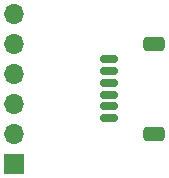
<source format=gbr>
%TF.GenerationSoftware,KiCad,Pcbnew,7.0.7*%
%TF.CreationDate,2023-10-18T21:09:21-04:00*%
%TF.ProjectId,JST-SR-HORIZONTAL-1.00mm-1x06,4a53542d-5352-42d4-984f-52495a4f4e54,rev?*%
%TF.SameCoordinates,Original*%
%TF.FileFunction,Soldermask,Top*%
%TF.FilePolarity,Negative*%
%FSLAX46Y46*%
G04 Gerber Fmt 4.6, Leading zero omitted, Abs format (unit mm)*
G04 Created by KiCad (PCBNEW 7.0.7) date 2023-10-18 21:09:21*
%MOMM*%
%LPD*%
G01*
G04 APERTURE LIST*
G04 Aperture macros list*
%AMRoundRect*
0 Rectangle with rounded corners*
0 $1 Rounding radius*
0 $2 $3 $4 $5 $6 $7 $8 $9 X,Y pos of 4 corners*
0 Add a 4 corners polygon primitive as box body*
4,1,4,$2,$3,$4,$5,$6,$7,$8,$9,$2,$3,0*
0 Add four circle primitives for the rounded corners*
1,1,$1+$1,$2,$3*
1,1,$1+$1,$4,$5*
1,1,$1+$1,$6,$7*
1,1,$1+$1,$8,$9*
0 Add four rect primitives between the rounded corners*
20,1,$1+$1,$2,$3,$4,$5,0*
20,1,$1+$1,$4,$5,$6,$7,0*
20,1,$1+$1,$6,$7,$8,$9,0*
20,1,$1+$1,$8,$9,$2,$3,0*%
G04 Aperture macros list end*
%ADD10RoundRect,0.150000X0.625000X-0.150000X0.625000X0.150000X-0.625000X0.150000X-0.625000X-0.150000X0*%
%ADD11RoundRect,0.250000X0.650000X-0.350000X0.650000X0.350000X-0.650000X0.350000X-0.650000X-0.350000X0*%
%ADD12R,1.700000X1.700000*%
%ADD13O,1.700000X1.700000*%
G04 APERTURE END LIST*
D10*
%TO.C,J1*%
X-239125000Y-114950000D03*
X-239125000Y-113950000D03*
X-239125000Y-112950000D03*
X-239125000Y-111950000D03*
X-239125000Y-110950000D03*
X-239125000Y-109950000D03*
D11*
X-235250000Y-116250000D03*
X-235250000Y-108650000D03*
%TD*%
D12*
%TO.C,J2*%
X-247125000Y-118800000D03*
D13*
X-247125000Y-116260000D03*
X-247125000Y-113720000D03*
X-247125000Y-111180000D03*
X-247125000Y-108640000D03*
X-247125000Y-106100000D03*
%TD*%
M02*

</source>
